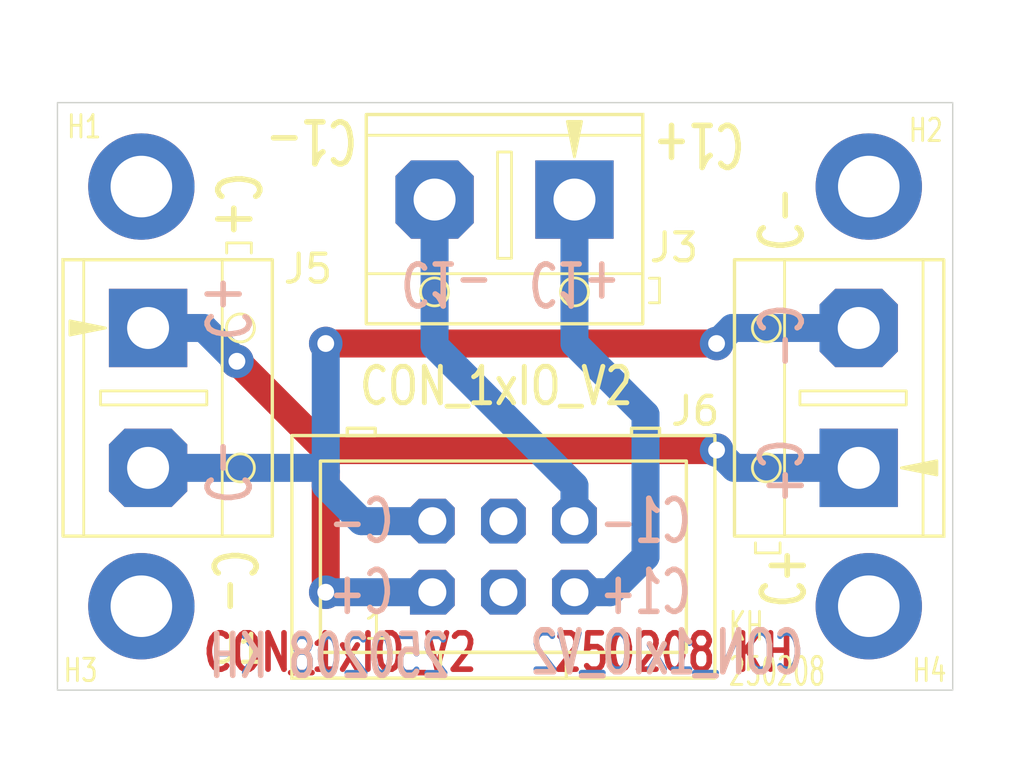
<source format=kicad_pcb>
(kicad_pcb (version 20240108) (generator "pcbnew") (generator_version "8.0")
  (layers (0 "F.Cu" signal) (31 "B.Cu" signal) (34 "B.Paste" user) (35 "F.Paste" user) (36 "B.SilkS" user "B.Silkscreen") (37 "F.SilkS" user "F.Silkscreen") (38 "B.Mask" user) (39 "F.Mask" user) (44 "Edge.Cuts" user))
  (net 0 "")
  (net 2 "/C+")
  (net 3 "/C1+")
  (net 4 "/C1-")
  (net 5 "/C-")
  (footprint "_kh_library:MountingHole_2.2mm_M2_Pad_TopBottom_kh" (layer "F.Cu") (at 79.1 64)
    (property "Reference" "H4" (at 2.166 2.294 0) (layer "F.SilkS") (effects (font (size 0.8 0.6) (thickness 0.1) (bold yes))))
    (property "Value" "MountingHole")
    (pad "1" thru_hole circle (at 0 0) (size 2.6 2.6) (drill 2.2) (layers "*.Cu" "*.Mask"))
    (pad "1" connect circle (at 0 0) (size 3.8 3.8) (layers "F.Cu" "F.Mask"))
    (pad "1" connect circle (at 0 0) (size 3.8 3.8) (layers "B.Cu" "B.Mask"))
  )
  (footprint "_kh_library:MountingHole_2.2mm_M2_Pad_TopBottom_kh" (layer "F.Cu") (at 53.1 64)
    (property "Reference" "H3" (at -2.173 2.294 0) (layer "F.SilkS") (effects (font (size 0.8 0.6) (thickness 0.1))))
    (property "Value" "MountingHole")
    (pad "1" thru_hole circle (at 0 0) (size 2.6 2.6) (drill 2.2) (layers "*.Cu" "*.Mask"))
    (pad "1" connect circle (at 0 0) (size 3.8 3.8) (layers "F.Cu" "F.Mask"))
    (pad "1" connect circle (at 0 0) (size 3.8 3.8) (layers "B.Cu" "B.Mask"))
  )
  (footprint "_kh_library:Screw_Terminal_01x02_P5" (layer "F.Cu") (at 78.74 59.055 180)
    (property "Reference" "J6" (at 5.842 2.032 180) (layer "F.SilkS"))
    (property "Value" "Screw_Terminal_01x02_P5")
    (fp_line (start 3.69 -3.04) (end 3.69 -2.68) (stroke (width 0.1)) (layer "F.SilkS"))
    (fp_line (start 2.81 -3.04) (end 3.69 -3.04) (stroke (width 0.1)) (layer "F.SilkS"))
    (fp_line (start 2.81 -3.04) (end 2.81 -2.68) (stroke (width 0.1)) (layer "F.SilkS"))
    (fp_line (start 2.65 -2.44) (end 2.65 7.44) (stroke (width 0.1)) (layer "F.SilkS"))
    (fp_line (start -2.3 -2.44) (end -2.3 7.44) (stroke (width 0.1)) (layer "F.SilkS"))
    (fp_rect (start -1.7 2.25) (end 2.1 2.75) (stroke (width 0.1)) (fill none) (layer "F.SilkS"))
    (fp_rect (start -3.04 -2.44) (end 4.44 7.44) (stroke (width 0.12)) (fill none) (layer "F.SilkS"))
    (fp_circle (center 3.3 5) (end 3.8 5) (stroke (width 0.1)) (fill none) (layer "F.SilkS"))
    (fp_circle (center 3.3 0) (end 3.8 0) (stroke (width 0.1)) (fill none) (layer "F.SilkS"))
    (fp_poly (pts (xy -2.794 -0.254) (xy -1.524 0) (xy -2.794 0.254)) (stroke (width 0.1)) (fill solid) (layer "F.SilkS"))
    (pad "1" thru_hole rect (at 0 0 180) (size 2.8 2.8) (drill 1.5) (layers "*.Cu" "*.Mask") (net 2 "/C+"))
    (pad "2" thru_hole roundrect (at 0 5 180) (size 2.8 2.8) (drill 1.5) (layers "*.Cu" "*.Mask") (roundrect_rratio 0) (chamfer_ratio 0.2) (chamfer top_left top_right bottom_left bottom_right) (net 5 "/C-"))
  )
  (footprint "_kh_library:Screw_Terminal_01x02_P5" (layer "F.Cu") (at 53.34 54.055)
    (property "Reference" "J5" (at 5.715 -2.112 180) (layer "F.SilkS"))
    (property "Value" "Screw_Terminal_01x02_P5")
    (fp_line (start -2.3 -2.44) (end -2.3 7.44) (stroke (width 0.1)) (layer "F.SilkS"))
    (fp_line (start 2.65 -2.44) (end 2.65 7.44) (stroke (width 0.1)) (layer "F.SilkS"))
    (fp_line (start 2.81 -3.04) (end 2.81 -2.68) (stroke (width 0.1)) (layer "F.SilkS"))
    (fp_line (start 2.81 -3.04) (end 3.69 -3.04) (stroke (width 0.1)) (layer "F.SilkS"))
    (fp_line (start 3.69 -3.04) (end 3.69 -2.68) (stroke (width 0.1)) (layer "F.SilkS"))
    (fp_rect (start -3.04 -2.44) (end 4.44 7.44) (stroke (width 0.12)) (fill none) (layer "F.SilkS"))
    (fp_rect (start -1.7 2.25) (end 2.1 2.75) (stroke (width 0.1)) (fill none) (layer "F.SilkS"))
    (fp_circle (center 3.3 0) (end 3.8 0) (stroke (width 0.1)) (fill none) (layer "F.SilkS"))
    (fp_circle (center 3.3 5) (end 3.8 5) (stroke (width 0.1)) (fill none) (layer "F.SilkS"))
    (fp_poly (pts (xy -2.794 -0.254) (xy -1.524 0) (xy -2.794 0.254)) (stroke (width 0.1)) (fill solid) (layer "F.SilkS"))
    (pad "1" thru_hole rect (at 0 0) (size 2.8 2.8) (drill 1.5) (layers "*.Cu" "*.Mask") (net 2 "/C+"))
    (pad "2" thru_hole roundrect (at 0 5) (size 2.8 2.8) (drill 1.5) (layers "*.Cu" "*.Mask") (roundrect_rratio 0) (chamfer_ratio 0.2) (chamfer top_left top_right bottom_left bottom_right) (net 5 "/C-"))
  )
  (footprint "_kh_library:MountingHole_2.2mm_M2_Pad_TopBottom_kh" (layer "F.Cu") (at 53.1 49)
    (property "Reference" "H1" (at -2.046 -2.137 0) (layer "F.SilkS") (effects (font (size 0.8 0.6) (thickness 0.1))))
    (property "Value" "MountingHole")
    (pad "1" thru_hole circle (at 0 0) (size 2.6 2.6) (drill 2.2) (layers "*.Cu" "*.Mask"))
    (pad "1" connect circle (at 0 0) (size 3.8 3.8) (layers "F.Cu" "F.Mask"))
    (pad "1" connect circle (at 0 0) (size 3.8 3.8) (layers "B.Cu" "B.Mask"))
  )
  (footprint "_kh_library:Box_02x03_P2.54mm_Vertical_kh" (layer "F.Cu") (at 63.5 63.5)
    (property "Reference" "J1" (at -6.858 2.032 0) (layer "F.SilkS"))
    (property "Value" "Box_02x03_P2.54_Vertical")
    (fp_rect (start -5.02 3.07) (end 10.1 -5.6) (stroke (width 0.12)) (fill none) (layer "F.SilkS"))
    (fp_rect (start -4 2.15) (end 9.08 -4.69) (stroke (width 0.12)) (fill none) (layer "F.SilkS"))
    (fp_rect (start -3.04 -5.6) (end -2.04 -5.86) (stroke (width 0.12)) (fill none) (layer "F.SilkS"))
    (fp_rect (start 0.29 3.07) (end 4.79 2.15) (stroke (width 0.12)) (fill none) (layer "F.SilkS"))
    (fp_rect (start 7.12 -5.6) (end 8.12 -5.86) (stroke (width 0.12)) (fill none) (layer "F.SilkS"))
    (fp_text user "1" (at -2.54 1.778 0) (layer "F.SilkS") (effects (font (thickness 0.1)) (justify left bottom)))
    (pad "1" thru_hole roundrect (at 0 0) (size 1.6 1.6) (drill 1) (layers "*.Cu" "*.Mask") (roundrect_rratio 0) (chamfer_ratio 0.2) (chamfer top_left top_right bottom_right) (net 2 "/C+"))
    (pad "2" thru_hole roundrect (at 0 -2.54) (size 1.6 1.6) (drill 1) (layers "*.Cu" "*.Mask") (roundrect_rratio 0) (chamfer_ratio 0.2) (chamfer top_left top_right bottom_left bottom_right) (net 5 "/C-"))
    (pad "3" thru_hole roundrect (at 2.54 0) (size 1.6 1.6) (drill 1) (layers "*.Cu" "*.Mask") (roundrect_rratio 0) (chamfer_ratio 0.2) (chamfer top_left top_right bottom_left bottom_right))
    (pad "4" thru_hole roundrect (at 2.54 -2.54) (size 1.6 1.6) (drill 1) (layers "*.Cu" "*.Mask") (roundrect_rratio 0) (chamfer_ratio 0.2) (chamfer top_left top_right bottom_left bottom_right))
    (pad "5" thru_hole roundrect (at 5.08 0) (size 1.6 1.6) (drill 1) (layers "*.Cu" "*.Mask") (roundrect_rratio 0) (chamfer_ratio 0.2) (chamfer top_left top_right bottom_left bottom_right) (net 3 "/C1+"))
    (pad "6" thru_hole roundrect (at 5.08 -2.54) (size 1.6 1.6) (drill 1) (layers "*.Cu" "*.Mask") (roundrect_rratio 0) (chamfer_ratio 0.2) (chamfer top_left top_right bottom_left bottom_right) (net 4 "/C1-"))
  )
  (footprint "_kh_library:Screw_Terminal_01x02_P5" (layer "F.Cu") (at 68.58 49.465 -90)
    (property "Reference" "J3" (at 1.716 -3.556 0) (layer "F.SilkS"))
    (property "Value" "Screw_Terminal_01x02_P5")
    (fp_line (start -2.3 -2.44) (end -2.3 7.44) (stroke (width 0.1)) (layer "F.SilkS"))
    (fp_line (start 2.65 -2.44) (end 2.65 7.44) (stroke (width 0.1)) (layer "F.SilkS"))
    (fp_line (start 2.81 -3.04) (end 2.81 -2.68) (stroke (width 0.1)) (layer "F.SilkS"))
    (fp_line (start 2.81 -3.04) (end 3.69 -3.04) (stroke (width 0.1)) (layer "F.SilkS"))
    (fp_line (start 3.69 -3.04) (end 3.69 -2.68) (stroke (width 0.1)) (layer "F.SilkS"))
    (fp_rect (start -1.7 2.25) (end 2.1 2.75) (stroke (width 0.1)) (fill none) (layer "F.SilkS"))
    (fp_rect (start -3.04 -2.44) (end 4.44 7.44) (stroke (width 0.12)) (fill none) (layer "F.SilkS"))
    (fp_circle (center 3.3 5) (end 3.8 5) (stroke (width 0.1)) (fill none) (layer "F.SilkS"))
    (fp_circle (center 3.3 0) (end 3.8 0) (stroke (width 0.1)) (fill none) (layer "F.SilkS"))
    (fp_poly (pts (xy -2.794 -0.254) (xy -1.524 0) (xy -2.794 0.254)) (stroke (width 0.1)) (fill solid) (layer "F.SilkS"))
    (pad "1" thru_hole rect (at 0 0 270) (size 2.8 2.8) (drill 1.5) (layers "*.Cu" "*.Mask") (net 3 "/C1+"))
    (pad "2" thru_hole roundrect (at 0 5 270) (size 2.8 2.8) (drill 1.5) (layers "*.Cu" "*.Mask") (roundrect_rratio 0) (chamfer_ratio 0.2) (chamfer top_left top_right bottom_left bottom_right) (net 4 "/C1-"))
  )
  (footprint "_kh_library:MountingHole_2.2mm_M2_Pad_TopBottom_kh" (layer "F.Cu") (at 79.1 49)
    (property "Reference" "H2" (at 2.039 -2.01 0) (layer "F.SilkS") (effects (font (size 0.8 0.6) (thickness 0.1) (bold yes))))
    (property "Value" "MountingHole")
    (pad "1" thru_hole circle (at 0 0) (size 2.6 2.6) (drill 2.2) (layers "*.Cu" "*.Mask"))
    (pad "1" connect circle (at 0 0) (size 3.8 3.8) (layers "F.Cu" "F.Mask"))
    (pad "1" connect circle (at 0 0) (size 3.8 3.8) (layers "B.Cu" "B.Mask"))
  )
  (gr_rect (start 50.1 46) (end 82.1 67) (stroke (width 0.05)) (fill none) (layer "Edge.Cuts"))
  (gr_text "250208 KH" (at 72.136 65.659 0) (layer "F.Cu") (effects (font (size 1.3 1) (thickness 0.2) (bold yes))))
  (gr_text "CON_1xIO_V2" (at 60.198 65.659 0) (layer "F.Cu") (effects (font (size 1.3 1) (thickness 0.2) (bold yes))))
  (gr_text "250208 KH" (at 59.817 65.786 0) (layer "B.Cu") (effects (font (size 1.3 1) (thickness 0.2) (bold yes)) (justify mirror)))
  (gr_text "CON_1xIO_V2" (at 71.882 65.659 0) (layer "B.Cu") (effects (font (size 1.3 1) (thickness 0.2) (bold yes)) (justify mirror)))
  (gr_text "CON_1xIO_V2" (at 71.882 65.659 0) (layer "B.SilkS") (effects (font (size 1.5 1) (thickness 0.2) (bold yes)) (justify mirror)))
  (gr_text "C-" (at 76 54.356 90) (layer "B.SilkS") (effects (font (size 1.5 1) (thickness 0.2) (bold yes)) (justify mirror)))
  (gr_text "250208 KH" (at 59.817 65.786 0) (layer "B.SilkS") (effects (font (size 1.5 1) (thickness 0.2) (bold yes)) (justify mirror)))
  (gr_text "C+" (at 76 59.182 90) (layer "B.SilkS") (effects (font (size 1.5 1) (thickness 0.2) (bold yes)) (justify mirror)))
  (gr_text "C1+" (at 68.58 52.451 180) (layer "B.SilkS") (effects (font (size 1.5 1) (thickness 0.2) (bold yes)) (justify mirror)))
  (gr_text "C+" (at 56.134 53.34 270) (layer "B.SilkS") (effects (font (size 1.5 1) (thickness 0.2) (bold yes)) (justify mirror)))
  (gr_text "C-" (at 56.134 59.182 270) (layer "B.SilkS") (effects (font (size 1.5 1) (thickness 0.2) (bold yes)) (justify mirror)))
  (gr_text "C+" (at 60.96 63.5 0) (layer "B.SilkS") (effects (font (size 1.5 1) (thickness 0.2) (bold yes)) (justify mirror)))
  (gr_text "C1+" (at 71.12 63.5 0) (layer "B.SilkS") (effects (font (size 1.5 1) (thickness 0.2) (bold yes)) (justify mirror)))
  (gr_text "C1-" (at 64.008 52.451 180) (layer "B.SilkS") (effects (font (size 1.5 1) (thickness 0.2) (bold yes)) (justify mirror)))
  (gr_text "C-" (at 60.96 60.96 0) (layer "B.SilkS") (effects (font (size 1.5 1) (thickness 0.2) (bold yes)) (justify mirror)))
  (gr_text "C1-" (at 71.12 60.96 0) (layer "B.SilkS") (effects (font (size 1.5 1) (thickness 0.2) (bold yes)) (justify mirror)))
  (gr_text "C-" (at 76 50.165 90) (layer "F.SilkS") (effects (font (size 1.5 1) (thickness 0.2) (bold yes))))
  (gr_text "CON_1xIO_V2" (at 65.786 56.134 0) (layer "F.SilkS") (effects (font (size 1.3 1) (thickness 0.175) (bold yes))))
  (gr_text "C+" (at 76.073 62.992 90) (layer "F.SilkS") (effects (font (size 1.5 0.9) (thickness 0.2) (bold yes))))
  (gr_text "C-" (at 56.388 63.119 270) (layer "F.SilkS") (effects (font (size 1.5 1) (thickness 0.2) (bold yes))))
  (gr_text "KH\n250208" (at 74.041 65.532 0) (layer "F.SilkS") (effects (font (size 1 0.6) (thickness 0.1)) (justify left)))
  (gr_text "C1+" (at 73.025 47.498 180) (layer "F.SilkS") (effects (font (size 1.5 1) (thickness 0.2) (bold yes))))
  (gr_text "C+" (at 56.515 49.657 270) (layer "F.SilkS") (effects (font (size 1.5 1) (thickness 0.2) (bold yes))))
  (gr_text "C1-" (at 59.182 47.371 180) (layer "F.SilkS") (effects (font (size 1.5 1) (thickness 0.2) (bold yes))))
  (segment (start 59.69 58.42) (end 59.69 63.5) (width 1) (layer "F.Cu") (net 2))
  (segment (start 59.69 58.42) (end 56.515 55.245) (width 1) (layer "F.Cu") (net 2))
  (segment (start 73.66 58.42) (end 59.69 58.42) (width 1) (layer "F.Cu") (net 2))
  (via (at 56.515 55.245) (size 1.2) (drill 0.6) (layers "F.Cu" "B.Cu") (net 2))
  (via (at 73.66 58.42) (size 1.2) (drill 0.6) (layers "F.Cu" "B.Cu") (net 2))
  (via (at 59.69 63.5) (size 1.2) (drill 0.6) (layers "F.Cu" "B.Cu") (net 2))
  (segment (start 56.515 55.245) (end 55.325 54.055) (width 1) (layer "B.Cu") (net 2))
  (segment (start 59.69 63.5) (end 63.5 63.5) (width 1) (layer "B.Cu") (net 2))
  (segment (start 78.74 59.055) (end 74.295 59.055) (width 1) (layer "B.Cu") (net 2))
  (segment (start 55.325 54.055) (end 53.34 54.055) (width 1) (layer "B.Cu") (net 2))
  (segment (start 74.295 59.055) (end 73.66 58.42) (width 1) (layer "B.Cu") (net 2))
  (segment (start 68.58 54.61) (end 68.58 49.784) (width 1) (layer "B.Cu") (net 3))
  (segment (start 68.58 54.61) (end 71.12 57.15) (width 1) (layer "B.Cu") (net 3))
  (segment (start 71.12 57.15) (end 71.12 62.23) (width 1) (layer "B.Cu") (net 3))
  (segment (start 69.85 63.5) (end 68.58 63.5) (width 1) (layer "B.Cu") (net 3))
  (segment (start 71.12 62.23) (end 69.85 63.5) (width 1) (layer "B.Cu") (net 3))
  (segment (start 68.58 59.69) (end 63.58 54.69) (width 1) (layer "B.Cu") (net 4))
  (segment (start 68.58 60.96) (end 68.58 59.69) (width 1) (layer "B.Cu") (net 4))
  (segment (start 63.58 54.69) (end 63.58 49.465) (width 1) (layer "B.Cu") (net 4))
  (segment (start 59.69 54.61) (end 73.66 54.61) (width 1) (layer "F.Cu") (net 5))
  (via (at 59.69 54.61) (size 1.2) (drill 0.6) (layers "F.Cu" "B.Cu") (net 5))
  (via (at 73.66 54.61) (size 1.2) (drill 0.6) (layers "F.Cu" "B.Cu") (net 5))
  (segment (start 74.215 54.055) (end 78.74 54.055) (width 1) (layer "B.Cu") (net 5))
  (segment (start 59.563 59.055) (end 59.69 59.182) (width 1) (layer "B.Cu") (net 5))
  (segment (start 59.69 59.69) (end 59.69 59.182) (width 1) (layer "B.Cu") (net 5))
  (segment (start 73.66 54.61) (end 74.215 54.055) (width 1) (layer "B.Cu") (net 5))
  (segment (start 63.5 60.96) (end 60.96 60.96) (width 1) (layer "B.Cu") (net 5))
  (segment (start 60.96 60.96) (end 59.69 59.69) (width 1) (layer "B.Cu") (net 5))
  (segment (start 59.69 59.182) (end 59.69 54.61) (width 1) (layer "B.Cu") (net 5))
  (segment (start 53.34 59.055) (end 59.563 59.055) (width 1) (layer "B.Cu") (net 5))
)
</source>
